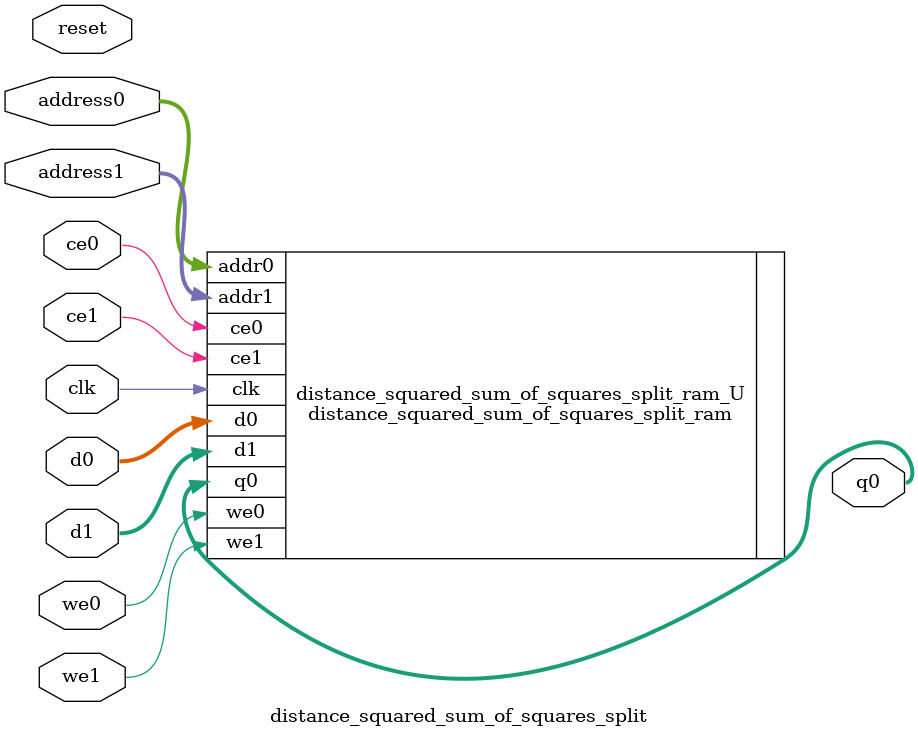
<source format=v>

`timescale 1 ns / 1 ps
module distance_squared_sum_of_squares_split(
    reset,
    clk,
    address0,
    ce0,
    we0,
    d0,
    q0,
    address1,
    ce1,
    we1,
    d1);

parameter DataWidth = 32'd64;
parameter AddressRange = 32'd8;
parameter AddressWidth = 32'd3;
input reset;
input clk;
input[AddressWidth - 1:0] address0;
input ce0;
input we0;
input[DataWidth - 1:0] d0;
output[DataWidth - 1:0] q0;
input[AddressWidth - 1:0] address1;
input ce1;
input we1;
input[DataWidth - 1:0] d1;



distance_squared_sum_of_squares_split_ram distance_squared_sum_of_squares_split_ram_U(
    .clk( clk ),
    .addr0( address0 ),
    .ce0( ce0 ),
    .d0( d0 ),
    .we0( we0 ),
    .q0( q0 ),
    .addr1( address1 ),
    .ce1( ce1 ),
    .d1( d1 ),
    .we1( we1 ));

endmodule

</source>
